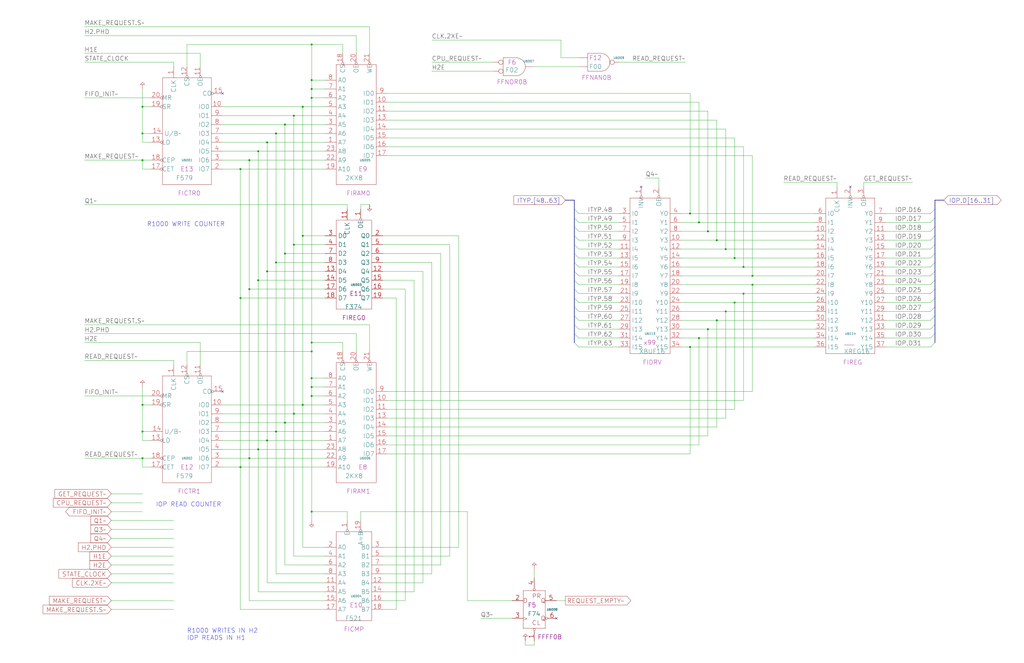
<source format=kicad_sch>
(kicad_sch (version 20211123) (generator eeschema)
  (paper "User" 584.2 378.46)
  (title_block (title "FIFOS\\nREQUEST FIFO") (date "22-SEP-90") (rev "2.0") (comment 1 "IOC") (comment 2 "232-003061") (comment 3 "S400") (comment 4 "RELEASED"))
  (lib_symbols
    (symbol "r1000:2KX8" (pin_names (offset 1.016))
      (property "Reference" "U" (at 2.54 5.08 0))
      (property "Value" "2KX8" (at -8.89 -5.08 0))
      (property "Location" "___" (at -1.27 0 0))
      (property "Name" "______" (at -1.27 -15.24 0))
      (symbol "2KX8_1_1"
        (rectangle (start -13.97 59.69) (end 8.89 -8.89))
        (circle (center -10.16 60.325) (radius 0.635))
        (circle (center -2.54 60.325) (radius 0.635))
        (circle (center 5.08 60.325) (radius 0.635))
        (pin input line (at -20.32 15.24 0) (length 6.35) (name "A7") (number "1"))
        (pin tri_state line (at 15.24 38.1 180) (length 6.35) (name "IO1") (number "10"))
        (pin tri_state line (at 15.24 33.02 180) (length 6.35) (name "IO2") (number "11"))
        (pin tri_state line (at 15.24 27.94 180) (length 6.35) (name "IO3") (number "13"))
        (pin tri_state line (at 15.24 22.86 180) (length 6.35) (name "IO4") (number "14"))
        (pin tri_state line (at 15.24 17.78 180) (length 6.35) (name "IO5") (number "15"))
        (pin tri_state line (at 15.24 12.7 180) (length 6.35) (name "IO6") (number "16"))
        (pin tri_state line (at 15.24 7.62 180) (length 6.35) (name "IO7") (number "17"))
        (pin input line (at -10.16 66.04 270) (length 5.08) (name "CS") (number "18"))
        (pin input line (at -20.32 0 0) (length 6.35) (name "A10") (number "19"))
        (pin input line (at -20.32 20.32 0) (length 6.35) (name "A6") (number "2"))
        (pin input line (at -2.54 66.04 270) (length 5.08) (name "OE") (number "20"))
        (pin input line (at 5.08 66.04 270) (length 5.08) (name "WE") (number "21"))
        (pin input line (at -20.32 5.08 0) (length 6.35) (name "A9") (number "22"))
        (pin input line (at -20.32 10.16 0) (length 6.35) (name "A8") (number "23"))
        (pin input line (at -20.32 25.4 0) (length 6.35) (name "A5") (number "3"))
        (pin input line (at -20.32 30.48 0) (length 6.35) (name "A4") (number "4"))
        (pin input line (at -20.32 35.56 0) (length 6.35) (name "A3") (number "5"))
        (pin input line (at -20.32 40.64 0) (length 6.35) (name "A2") (number "6"))
        (pin input line (at -20.32 45.72 0) (length 6.35) (name "A1") (number "7"))
        (pin input line (at -20.32 50.8 0) (length 6.35) (name "A0") (number "8"))
        (pin tri_state line (at 15.24 43.18 180) (length 6.35) (name "IO0") (number "9"))
      )
    )
    (symbol "r1000:F00" (pin_numbers hide) (pin_names hide)
      (property "Reference" "U" (at 15.24 0 0))
      (property "Value" "F00" (at 1.905 -5.08 0))
      (property "Location" "___" (at 1.905 0 0))
      (property "Name" "______" (at 2.54 -12.7 0))
      (symbol "F00_0_1"
        (polyline (pts (xy -2.54 -7.62) (xy 5.08 -7.62)) (stroke (width 0.1524)))
        (polyline (pts (xy -2.54 2.54) (xy -2.54 -7.62)) (stroke (width 0.1524)))
        (polyline (pts (xy -2.54 2.54) (xy 5.08 2.54)) (stroke (width 0.1524)))
        (arc (start 5.08 -7.62) (mid 10.1282 -2.54) (end 5.08 2.54) (stroke (width 0.1524)))
        (circle (center 11.43 -2.54) (radius 1.27) (stroke (width 0.1524)))
      )
      (symbol "F00_0_2"
        (circle (center -3.81 -5.08) (radius 1.27) (stroke (width 0.1524)))
        (circle (center -3.81 0) (radius 1.27) (stroke (width 0.1524)))
        (arc (start -3.175 -7.62) (mid -2.134 -2.54) (end -3.175 2.54) (stroke (width 0.1524)))
        (polyline (pts (xy -3.175 -7.62) (xy 3.81 -7.62)) (stroke (width 0.1524)))
        (polyline (pts (xy -3.175 2.54) (xy 3.81 2.54)) (stroke (width 0.1524)))
        (arc (start 3.81 -7.62) (mid 7.5855 -5.8306) (end 10.16 -2.54) (stroke (width 0.1524)))
        (arc (start 10.16 -2.54) (mid 7.5827 0.7471) (end 3.81 2.54) (stroke (width 0.1524)))
      )
      (symbol "F00_1_1"
        (pin input line (at -7.62 0 0) (length 5.08) (name "D0") (number "1"))
        (pin input line (at -7.62 -5.08 0) (length 5.08) (name "D1") (number "2"))
        (pin output line (at 15.24 -2.54 180) (length 2.54) (name "Q") (number "3"))
      )
      (symbol "F00_1_2"
        (pin input line (at -7.62 0 0) (length 2.54) (name "D0") (number "1"))
        (pin input line (at -7.62 -5.08 0) (length 2.54) (name "D1") (number "2"))
        (pin output line (at 15.24 -2.54 180) (length 5.08) (name "Q") (number "3"))
      )
    )
    (symbol "r1000:F02" (pin_numbers hide) (pin_names hide)
      (property "Reference" "U" (at 12.16 0.635 0))
      (property "Value" "F02" (at -1.27 -4.445 0))
      (property "Location" "___" (at 2.54 0 0))
      (property "Name" "______" (at 2.54 -12.7 0))
      (symbol "F02_0_1"
        (arc (start -3.81 -7.62) (mid -2.9847 -2.54) (end -3.81 2.54) (stroke (width 0.1524)))
        (polyline (pts (xy -5.08 -5.08) (xy -3.175 -5.08)) (stroke (width 0.1524)))
        (polyline (pts (xy -5.08 0) (xy -3.175 0)) (stroke (width 0.1524)))
        (polyline (pts (xy -3.81 -7.62) (xy 2.54 -7.62)) (stroke (width 0.1524)))
        (polyline (pts (xy -3.81 2.54) (xy 2.54 2.54)) (stroke (width 0.1524)))
        (polyline (pts (xy 13.97 -2.54) (xy 12.7 -2.54)) (stroke (width 0.1524)))
        (arc (start 2.54 -7.62) (mid 6.9515 -5.9823) (end 10.16 -2.54) (stroke (width 0.1524)))
        (arc (start 10.16 -2.54) (mid 6.9478 0.8966) (end 2.54 2.54) (stroke (width 0.1524)))
        (circle (center 11.43 -2.54) (radius 1.27) (stroke (width 0.1524)))
      )
      (symbol "F02_0_2"
        (circle (center -3.81 -5.08) (radius 1.27) (stroke (width 0.1524)))
        (circle (center -3.81 0) (radius 1.27) (stroke (width 0.1524)))
        (polyline (pts (xy -2.54 -7.62) (xy 5.08 -7.62)) (stroke (width 0.1524)))
        (polyline (pts (xy -2.54 2.54) (xy -2.54 -7.62)) (stroke (width 0.1524)))
        (polyline (pts (xy -2.54 2.54) (xy 5.08 2.54)) (stroke (width 0.1524)))
        (polyline (pts (xy 11.43 -2.54) (xy 10.16 -2.54)) (stroke (width 0.1524)))
        (polyline (pts (xy 11.43 -2.54) (xy 12.7 -2.54)) (stroke (width 0.1524)))
        (arc (start 5.08 -7.62) (mid 10.1282 -2.54) (end 5.08 2.54) (stroke (width 0.1524)))
      )
      (symbol "F02_1_1"
        (pin input line (at -7.62 0 0) (length 2.54) (name "D0") (number "1"))
        (pin input line (at -7.62 -5.08 0) (length 2.54) (name "D1") (number "2"))
        (pin output line (at 15.24 -2.54 180) (length 1.27) (name "Q") (number "3"))
      )
      (symbol "F02_1_2"
        (pin input line (at -7.62 0 0) (length 2.54) (name "D0") (number "1"))
        (pin input line (at -7.62 -5.08 0) (length 2.54) (name "D1") (number "2"))
        (pin output line (at 15.24 -2.54 180) (length 2.54) (name "Q") (number "3"))
      )
    )
    (symbol "r1000:F374" (pin_names (offset 1.016))
      (property "Reference" "U" (at 2.54 5.08 0))
      (property "Value" "F374" (at -3.81 -7.62 0))
      (property "Location" "___" (at -1.27 0 0))
      (property "Name" "______" (at 1.27 -15.24 0))
      (symbol "F374_1_1"
        (rectangle (start -8.89 41.91) (end 11.43 -8.89))
        (circle (center 5.08 42.545) (radius 0.635))
        (pin input line (at 5.08 48.26 270) (length 5.08) (name "OE") (number "1"))
        (pin input line (at -2.54 48.26 270) (length 6.35) (name "CLK") (number "11"))
        (pin tri_state line (at 17.78 12.7 180) (length 6.35) (name "Q4") (number "12"))
        (pin input line (at -15.24 12.7 0) (length 6.35) (name "D4") (number "13"))
        (pin input line (at -15.24 7.62 0) (length 6.35) (name "D5") (number "14"))
        (pin tri_state line (at 17.78 7.62 180) (length 6.35) (name "Q5") (number "15"))
        (pin tri_state line (at 17.78 2.54 180) (length 6.35) (name "Q6") (number "16"))
        (pin input line (at -15.24 2.54 0) (length 6.35) (name "D6") (number "17"))
        (pin input line (at -15.24 -2.54 0) (length 6.35) (name "D7") (number "18"))
        (pin tri_state line (at 17.78 -2.54 180) (length 6.35) (name "Q7") (number "19"))
        (pin tri_state line (at 17.78 33.02 180) (length 6.35) (name "Q0") (number "2"))
        (pin input line (at -15.24 33.02 0) (length 6.35) (name "D0") (number "3"))
        (pin input line (at -15.24 27.94 0) (length 6.35) (name "D1") (number "4"))
        (pin tri_state line (at 17.78 27.94 180) (length 6.35) (name "Q1") (number "5"))
        (pin tri_state line (at 17.78 22.86 180) (length 6.35) (name "Q2") (number "6"))
        (pin input line (at -15.24 22.86 0) (length 6.35) (name "D2") (number "7"))
        (pin input line (at -15.24 17.78 0) (length 6.35) (name "D3") (number "8"))
        (pin tri_state line (at 17.78 17.78 180) (length 6.35) (name "Q3") (number "9"))
      )
    )
    (symbol "r1000:F521" (pin_names (offset 1.016))
      (property "Reference" "U" (at 2.54 5.08 0))
      (property "Value" "F521" (at -3.81 -7.62 0))
      (property "Location" "___" (at -1.27 0 0))
      (property "Name" "______" (at 1.27 -15.24 0))
      (symbol "F521_1_1"
        (rectangle (start -8.89 41.91) (end 11.43 -8.89))
        (circle (center -2.54 42.545) (radius 0.635))
        (circle (center 5.08 42.545) (radius 0.635))
        (pin input line (at -2.54 48.26 270) (length 5.08) (name "E") (number "1"))
        (pin input line (at -15.24 12.7 0) (length 6.35) (name "A4") (number "11"))
        (pin input line (at 17.78 12.7 180) (length 6.35) (name "B4") (number "12"))
        (pin input line (at -15.24 7.62 0) (length 6.35) (name "A5") (number "13"))
        (pin input line (at 17.78 7.62 180) (length 6.35) (name "B5") (number "14"))
        (pin input line (at -15.24 2.54 0) (length 6.35) (name "A6") (number "15"))
        (pin input line (at 17.78 2.54 180) (length 6.35) (name "B6") (number "16"))
        (pin input line (at -15.24 -2.54 0) (length 6.35) (name "A7") (number "17"))
        (pin input line (at 17.78 -2.54 180) (length 6.35) (name "B7") (number "18"))
        (pin output line (at 5.08 48.26 270) (length 5.08) (name "A=B") (number "19"))
        (pin input line (at -15.24 33.02 0) (length 6.35) (name "A0") (number "2"))
        (pin input line (at 17.78 33.02 180) (length 6.35) (name "B0") (number "3"))
        (pin input line (at -15.24 27.94 0) (length 6.35) (name "A1") (number "4"))
        (pin input line (at 17.78 27.94 180) (length 6.35) (name "B1") (number "5"))
        (pin input line (at -15.24 22.86 0) (length 6.35) (name "A2") (number "6"))
        (pin input line (at 17.78 22.86 180) (length 6.35) (name "B2") (number "7"))
        (pin input line (at -15.24 17.78 0) (length 6.35) (name "A3") (number "8"))
        (pin input line (at 17.78 17.78 180) (length 6.35) (name "B3") (number "9"))
      )
    )
    (symbol "r1000:F579" (pin_names (offset 1.016))
      (property "Reference" "U" (at 2.54 5.08 0))
      (property "Value" "F579" (at -3.81 -5.08 0))
      (property "Location" "___" (at -1.27 0 0))
      (property "Name" "______" (at 3.81 -15.24 0))
      (symbol "F579_1_1"
        (circle (center -12.065 0) (radius 0.635))
        (circle (center -12.065 5.08) (radius 0.635))
        (circle (center -12.065 15.24) (radius 0.635))
        (circle (center -12.065 35.56) (radius 0.635))
        (circle (center -12.065 40.64) (radius 0.635))
        (rectangle (start -11.43 52.07) (end 16.51 -8.89))
        (circle (center 2.54 52.705) (radius 0.635))
        (circle (center 10.16 52.705) (radius 0.635))
        (circle (center 17.145 43.18) (radius 0.635))
        (pin input line (at -5.08 58.42 270) (length 6.35) (name "CLK") (number "1"))
        (pin tri_state line (at 22.86 35.56 180) (length 6.35) (name "IO0") (number "10"))
        (pin input line (at 10.16 58.42 270) (length 5.08) (name "OE") (number "11"))
        (pin input line (at 2.54 58.42 270) (length 5.08) (name "CS") (number "12"))
        (pin input line (at -17.78 15.24 0) (length 5.08) (name "LD") (number "13"))
        (pin input line (at -17.78 20.32 0) (length 6.35) (name "U/B~") (number "14"))
        (pin output line (at 22.86 43.18 180) (length 5.08) (name "CO") (number "15"))
        (pin input line (at -17.78 0 0) (length 5.08) (name "CET") (number "17"))
        (pin input line (at -17.78 5.08 0) (length 5.08) (name "CEP") (number "18"))
        (pin input line (at -17.78 35.56 0) (length 5.08) (name "SR") (number "19"))
        (pin tri_state line (at 22.86 0 180) (length 6.35) (name "IO7") (number "2"))
        (pin input line (at -17.78 40.64 0) (length 5.08) (name "MR") (number "20"))
        (pin tri_state line (at 22.86 5.08 180) (length 6.35) (name "IO6") (number "3"))
        (pin tri_state line (at 22.86 10.16 180) (length 6.35) (name "IO5") (number "4"))
        (pin tri_state line (at 22.86 15.24 180) (length 6.35) (name "IO4") (number "5"))
        (pin tri_state line (at 22.86 20.32 180) (length 6.35) (name "IO3") (number "7"))
        (pin tri_state line (at 22.86 25.4 180) (length 6.35) (name "IO2") (number "8"))
        (pin tri_state line (at 22.86 30.48 180) (length 6.35) (name "IO1") (number "9"))
      )
    )
    (symbol "r1000:F74" (pin_names (offset 1.016) hide)
      (property "Reference" "U" (at 12.7 -2.54 0))
      (property "Value" "F74" (at -1.27 -5.08 0))
      (property "Location" "___" (at -1.27 0 0))
      (property "Name" "______" (at 11.43 -19.685 0))
      (symbol "F74_0_1"
        (rectangle (start -3.81 8.255) (end 8.89 -13.335) (stroke (width 0.1524)))
        (polyline (pts (xy 2.54 -15.24) (xy 2.54 -14.605)) (stroke (width 0.1524)))
        (polyline (pts (xy 2.54 10.16) (xy 2.54 9.525)) (stroke (width 0.1524)))
      )
      (symbol "F74_1_1"
        (circle (center 2.54 -13.97) (radius 0.635))
        (circle (center 2.54 8.89) (radius 0.635))
        (circle (center 9.525 -7.62) (radius 0.635))
        (text ">" (at -2.54 -7.62 0) (effects (font (size 2.54 2.54))))
        (text "C" (at 2.54 -10.16 0) (effects (font (size 2.54 2.54))))
        (text "D" (at -2.54 2.54 0) (effects (font (size 2.54 2.54))))
        (text "L" (at 5.08 -10.16 0) (effects (font (size 2.54 2.54))))
        (text "P" (at 2.54 5.08 0) (effects (font (size 2.54 2.54))))
        (text "Q" (at 7.62 -7.62 0) (effects (font (size 2.54 2.54))))
        (text "Q" (at 7.62 2.54 0) (effects (font (size 2.54 2.54))))
        (text "R" (at 5.08 5.08 0) (effects (font (size 2.54 2.54))))
        (pin input line (at 2.54 -20.32 90) (length 5.08) (name "CL_") (number "1"))
        (pin input line (at -10.16 2.54 0) (length 6.35) (name "D") (number "2"))
        (pin input line (at -10.16 -7.62 0) (length 6.35) (name "CLK") (number "3"))
        (pin input line (at 2.54 15.24 270) (length 5.08) (name "PR_") (number "4"))
        (pin output line (at 15.24 2.54 180) (length 6.35) (name "Q") (number "5"))
        (pin output line (at 15.24 -7.62 180) (length 5.08) (name "Q_") (number "6"))
      )
    )
    (symbol "r1000:PD" (power) (pin_numbers hide) (pin_names hide) (in_bom no)
      (symbol "PD_0_1"
        (polyline (pts (xy 0 -2.54) (xy 1.27 -2.54) (xy 0 -3.81) (xy -1.27 -2.54) (xy 0 -2.54)) (stroke (width 0.1524)))
      )
      (symbol "PD_1_1"
        (pin power_in line (at 0 0 270) (length 2.54) (name "PD") (number "1"))
      )
    )
    (symbol "r1000:PU" (power) (pin_numbers hide) (pin_names hide)
      (symbol "PU_0_1"
        (polyline (pts (xy 0 2.54) (xy -1.27 2.54) (xy 0 3.81) (xy 1.27 2.54) (xy 0 2.54)) (stroke (width 0.1524)))
      )
      (symbol "PU_1_1"
        (pin power_in line (at 0 0 90) (length 2.54) (name "PU") (number "1"))
      )
    )
    (symbol "r1000:XBUF16" (pin_names (offset 1.016))
      (property "Reference" "U" (at 2.54 5.08 0))
      (property "Value" "XBUF16" (at -3.81 -5.08 0))
      (property "Location" "___" (at -1.27 0 0))
      (property "Name" "______" (at 3.81 -12.7 0))
      (symbol "XBUF16_1_1"
        (rectangle (start -8.89 82.55) (end 13.97 -6.35))
        (circle (center -2.54 83.185) (radius 0.635))
        (circle (center 7.62 83.185) (radius 0.635))
        (pin input line (at -2.54 88.9 270) (length 5.08) (name "INV") (number "1"))
        (pin tri_state line (at 20.32 58.42 180) (length 6.35) (name "Y3") (number "10"))
        (pin input line (at -15.24 53.34 0) (length 6.35) (name "I4") (number "11"))
        (pin tri_state line (at 20.32 53.34 180) (length 6.35) (name "Y4") (number "12"))
        (pin input line (at -15.24 48.26 0) (length 6.35) (name "I5") (number "13"))
        (pin tri_state line (at 20.32 48.26 180) (length 6.35) (name "Y5") (number "14"))
        (pin input line (at -15.24 43.18 0) (length 6.35) (name "I6") (number "15"))
        (pin tri_state line (at 20.32 43.18 180) (length 6.35) (name "Y6") (number "16"))
        (pin input line (at -15.24 38.1 0) (length 6.35) (name "I7") (number "17"))
        (pin tri_state line (at 20.32 38.1 180) (length 6.35) (name "Y7") (number "18"))
        (pin input line (at -15.24 33.02 0) (length 6.35) (name "I8") (number "19"))
        (pin input line (at 7.62 88.9 270) (length 5.08) (name "OE") (number "2"))
        (pin tri_state line (at 20.32 33.02 180) (length 6.35) (name "Y8") (number "20"))
        (pin input line (at -15.24 27.94 0) (length 6.35) (name "I9") (number "21"))
        (pin tri_state line (at 20.32 27.94 180) (length 6.35) (name "Y9") (number "22"))
        (pin input line (at -15.24 22.86 0) (length 6.35) (name "I10") (number "23"))
        (pin tri_state line (at 20.32 22.86 180) (length 6.35) (name "Y10") (number "24"))
        (pin input line (at -15.24 17.78 0) (length 6.35) (name "I11") (number "25"))
        (pin tri_state line (at 20.32 17.78 180) (length 6.35) (name "Y11") (number "26"))
        (pin input line (at -15.24 12.7 0) (length 6.35) (name "I12") (number "27"))
        (pin tri_state line (at 20.32 12.7 180) (length 6.35) (name "Y12") (number "28"))
        (pin input line (at -15.24 7.62 0) (length 6.35) (name "I13") (number "29"))
        (pin input line (at -15.24 73.66 0) (length 6.35) (name "I0") (number "3"))
        (pin tri_state line (at 20.32 7.62 180) (length 6.35) (name "Y13") (number "30"))
        (pin input line (at -15.24 2.54 0) (length 6.35) (name "I14") (number "31"))
        (pin tri_state line (at 20.32 2.54 180) (length 6.35) (name "Y14") (number "32"))
        (pin input line (at -15.24 -2.54 0) (length 6.35) (name "I15") (number "33"))
        (pin tri_state line (at 20.32 -2.54 180) (length 6.35) (name "Y15") (number "34"))
        (pin tri_state line (at 20.32 73.66 180) (length 6.35) (name "Y0") (number "4"))
        (pin input line (at -15.24 68.58 0) (length 6.35) (name "I1") (number "5"))
        (pin tri_state line (at 20.32 68.58 180) (length 6.35) (name "Y1") (number "6"))
        (pin input line (at -15.24 63.5 0) (length 6.35) (name "I2") (number "7"))
        (pin tri_state line (at 20.32 63.5 180) (length 6.35) (name "Y2") (number "8"))
        (pin input line (at -15.24 58.42 0) (length 6.35) (name "I3") (number "9"))
      )
    )
    (symbol "r1000:XREG16" (pin_names (offset 1.016))
      (property "Reference" "U" (at 2.54 5.08 0))
      (property "Value" "XREG16" (at -1.27 -5.08 0))
      (property "Location" "___" (at -1.27 0 0))
      (property "Name" "______" (at 3.81 -12.7 0))
      (symbol "XREG16_1_1"
        (rectangle (start -11.43 82.55) (end 16.51 -6.35))
        (circle (center 2.54 83.185) (radius 0.635))
        (circle (center 10.16 83.185) (radius 0.635))
        (pin input line (at -5.08 88.9 270) (length 6.35) (name "CLK") (number "1"))
        (pin input line (at -17.78 63.5 0) (length 6.35) (name "I2") (number "10"))
        (pin tri_state line (at 22.86 63.5 180) (length 6.35) (name "Y2") (number "11"))
        (pin input line (at -17.78 58.42 0) (length 6.35) (name "I3") (number "12"))
        (pin tri_state line (at 22.86 58.42 180) (length 6.35) (name "Y3") (number "13"))
        (pin input line (at -17.78 53.34 0) (length 6.35) (name "I4") (number "14"))
        (pin tri_state line (at 22.86 53.34 180) (length 6.35) (name "Y4") (number "15"))
        (pin input line (at -17.78 48.26 0) (length 6.35) (name "I5") (number "16"))
        (pin tri_state line (at 22.86 48.26 180) (length 6.35) (name "Y5") (number "17"))
        (pin input line (at -17.78 43.18 0) (length 6.35) (name "I6") (number "18"))
        (pin tri_state line (at 22.86 43.18 180) (length 6.35) (name "Y6") (number "19"))
        (pin input line (at 2.54 88.9 270) (length 5.08) (name "INV") (number "2"))
        (pin input line (at -17.78 38.1 0) (length 6.35) (name "I7") (number "20"))
        (pin tri_state line (at 22.86 38.1 180) (length 6.35) (name "Y7") (number "21"))
        (pin input line (at -17.78 33.02 0) (length 6.35) (name "I8") (number "22"))
        (pin tri_state line (at 22.86 33.02 180) (length 6.35) (name "Y8") (number "23"))
        (pin input line (at -17.78 27.94 0) (length 6.35) (name "I9") (number "24"))
        (pin tri_state line (at 22.86 27.94 180) (length 6.35) (name "Y9") (number "25"))
        (pin input line (at -17.78 22.86 0) (length 6.35) (name "I10") (number "26"))
        (pin tri_state line (at 22.86 22.86 180) (length 6.35) (name "Y10") (number "27"))
        (pin input line (at -17.78 17.78 0) (length 6.35) (name "I11") (number "28"))
        (pin tri_state line (at 22.86 17.78 180) (length 6.35) (name "Y11") (number "29"))
        (pin input line (at 10.16 88.9 270) (length 5.08) (name "OE") (number "3"))
        (pin input line (at -17.78 12.7 0) (length 6.35) (name "I12") (number "30"))
        (pin tri_state line (at 22.86 12.7 180) (length 6.35) (name "Y12") (number "31"))
        (pin input line (at -17.78 7.62 0) (length 6.35) (name "I13") (number "32"))
        (pin tri_state line (at 22.86 7.62 180) (length 6.35) (name "Y13") (number "33"))
        (pin input line (at -17.78 2.54 0) (length 6.35) (name "I14") (number "34"))
        (pin tri_state line (at 22.86 2.54 180) (length 6.35) (name "Y14") (number "35"))
        (pin input line (at -17.78 -2.54 0) (length 6.35) (name "I15") (number "36"))
        (pin tri_state line (at 22.86 -2.54 180) (length 6.35) (name "Y15") (number "37"))
        (pin input line (at -17.78 73.66 0) (length 6.35) (name "I0") (number "6"))
        (pin tri_state line (at 22.86 73.66 180) (length 6.35) (name "Y0") (number "7"))
        (pin input line (at -17.78 68.58 0) (length 6.35) (name "I1") (number "8"))
        (pin tri_state line (at 22.86 68.58 180) (length 6.35) (name "Y1") (number "9"))
      )
    )
  )
  (bus (pts (xy 322.58 114.3) (xy 327.66 114.3)))
  (bus (pts (xy 327.66 114.3) (xy 327.66 119.38)))
  (bus (pts (xy 327.66 119.38) (xy 327.66 124.46)))
  (bus (pts (xy 327.66 124.46) (xy 327.66 129.54)))
  (bus (pts (xy 327.66 129.54) (xy 327.66 134.62)))
  (bus (pts (xy 327.66 134.62) (xy 327.66 139.7)))
  (bus (pts (xy 327.66 139.7) (xy 327.66 144.78)))
  (bus (pts (xy 327.66 144.78) (xy 327.66 149.86)))
  (bus (pts (xy 327.66 149.86) (xy 327.66 154.94)))
  (bus (pts (xy 327.66 154.94) (xy 327.66 160.02)))
  (bus (pts (xy 327.66 160.02) (xy 327.66 165.1)))
  (bus (pts (xy 327.66 165.1) (xy 327.66 170.18)))
  (bus (pts (xy 327.66 170.18) (xy 327.66 175.26)))
  (bus (pts (xy 327.66 175.26) (xy 327.66 180.34)))
  (bus (pts (xy 327.66 180.34) (xy 327.66 185.42)))
  (bus (pts (xy 327.66 185.42) (xy 327.66 190.5)))
  (bus (pts (xy 327.66 190.5) (xy 327.66 195.58)))
  (bus (pts (xy 533.4 114.3) (xy 533.4 119.38)))
  (bus (pts (xy 533.4 119.38) (xy 533.4 124.46)))
  (bus (pts (xy 533.4 124.46) (xy 533.4 129.54)))
  (bus (pts (xy 533.4 129.54) (xy 533.4 134.62)))
  (bus (pts (xy 533.4 134.62) (xy 533.4 139.7)))
  (bus (pts (xy 533.4 139.7) (xy 533.4 144.78)))
  (bus (pts (xy 533.4 144.78) (xy 533.4 149.86)))
  (bus (pts (xy 533.4 149.86) (xy 533.4 154.94)))
  (bus (pts (xy 533.4 154.94) (xy 533.4 160.02)))
  (bus (pts (xy 533.4 160.02) (xy 533.4 165.1)))
  (bus (pts (xy 533.4 165.1) (xy 533.4 170.18)))
  (bus (pts (xy 533.4 170.18) (xy 533.4 175.26)))
  (bus (pts (xy 533.4 175.26) (xy 533.4 180.34)))
  (bus (pts (xy 533.4 180.34) (xy 533.4 185.42)))
  (bus (pts (xy 533.4 185.42) (xy 533.4 190.5)))
  (bus (pts (xy 533.4 190.5) (xy 533.4 195.58)))
  (bus (pts (xy 538.48 114.3) (xy 533.4 114.3)))
  (wire (pts (xy 106.68 200.66) (xy 177.8 200.66)))
  (wire (pts (xy 106.68 208.28) (xy 106.68 200.66)))
  (wire (pts (xy 106.68 25.4) (xy 177.8 25.4)))
  (wire (pts (xy 106.68 38.1) (xy 106.68 25.4)))
  (wire (pts (xy 114.3 208.28) (xy 114.3 195.58)))
  (wire (pts (xy 114.3 38.1) (xy 114.3 30.48)))
  (wire (pts (xy 127 231.14) (xy 172.72 231.14)))
  (wire (pts (xy 127 236.22) (xy 167.64 236.22)))
  (wire (pts (xy 127 241.3) (xy 162.56 241.3)))
  (wire (pts (xy 127 246.38) (xy 157.48 246.38)))
  (wire (pts (xy 127 251.46) (xy 152.4 251.46)))
  (wire (pts (xy 127 256.54) (xy 147.32 256.54)))
  (wire (pts (xy 127 261.62) (xy 142.24 261.62)))
  (wire (pts (xy 127 266.7) (xy 137.16 266.7)))
  (wire (pts (xy 127 60.96) (xy 172.72 60.96)))
  (wire (pts (xy 127 66.04) (xy 167.64 66.04)))
  (wire (pts (xy 127 71.12) (xy 162.56 71.12)))
  (wire (pts (xy 127 76.2) (xy 157.48 76.2)))
  (wire (pts (xy 127 81.28) (xy 152.4 81.28)))
  (wire (pts (xy 127 86.36) (xy 147.32 86.36)))
  (wire (pts (xy 127 91.44) (xy 142.24 91.44)))
  (wire (pts (xy 127 96.52) (xy 137.16 96.52)))
  (wire (pts (xy 137.16 170.18) (xy 137.16 96.52)))
  (wire (pts (xy 137.16 170.18) (xy 185.42 170.18)))
  (wire (pts (xy 137.16 266.7) (xy 137.16 170.18)))
  (wire (pts (xy 137.16 266.7) (xy 185.42 266.7)))
  (wire (pts (xy 137.16 347.98) (xy 137.16 266.7)))
  (wire (pts (xy 137.16 96.52) (xy 185.42 96.52)))
  (wire (pts (xy 142.24 165.1) (xy 142.24 91.44)))
  (wire (pts (xy 142.24 165.1) (xy 185.42 165.1)))
  (wire (pts (xy 142.24 261.62) (xy 142.24 165.1)))
  (wire (pts (xy 142.24 261.62) (xy 185.42 261.62)))
  (wire (pts (xy 142.24 342.9) (xy 142.24 261.62)))
  (wire (pts (xy 142.24 91.44) (xy 185.42 91.44)))
  (wire (pts (xy 147.32 160.02) (xy 147.32 86.36)))
  (wire (pts (xy 147.32 160.02) (xy 185.42 160.02)))
  (wire (pts (xy 147.32 256.54) (xy 147.32 160.02)))
  (wire (pts (xy 147.32 256.54) (xy 185.42 256.54)))
  (wire (pts (xy 147.32 337.82) (xy 147.32 256.54)))
  (wire (pts (xy 147.32 86.36) (xy 185.42 86.36)))
  (wire (pts (xy 152.4 154.94) (xy 152.4 81.28)))
  (wire (pts (xy 152.4 154.94) (xy 185.42 154.94)))
  (wire (pts (xy 152.4 251.46) (xy 152.4 154.94)))
  (wire (pts (xy 152.4 251.46) (xy 185.42 251.46)))
  (wire (pts (xy 152.4 332.74) (xy 152.4 251.46)))
  (wire (pts (xy 152.4 81.28) (xy 185.42 81.28)))
  (wire (pts (xy 157.48 149.86) (xy 157.48 76.2)))
  (wire (pts (xy 157.48 149.86) (xy 185.42 149.86)))
  (wire (pts (xy 157.48 246.38) (xy 157.48 149.86)))
  (wire (pts (xy 157.48 246.38) (xy 185.42 246.38)))
  (wire (pts (xy 157.48 327.66) (xy 157.48 246.38)))
  (wire (pts (xy 157.48 76.2) (xy 185.42 76.2)))
  (wire (pts (xy 162.56 144.78) (xy 162.56 71.12)))
  (wire (pts (xy 162.56 144.78) (xy 185.42 144.78)))
  (wire (pts (xy 162.56 241.3) (xy 162.56 144.78)))
  (wire (pts (xy 162.56 241.3) (xy 185.42 241.3)))
  (wire (pts (xy 162.56 322.58) (xy 162.56 241.3)))
  (wire (pts (xy 162.56 71.12) (xy 185.42 71.12)))
  (wire (pts (xy 167.64 139.7) (xy 167.64 66.04)))
  (wire (pts (xy 167.64 139.7) (xy 185.42 139.7)))
  (wire (pts (xy 167.64 236.22) (xy 167.64 139.7)))
  (wire (pts (xy 167.64 236.22) (xy 185.42 236.22)))
  (wire (pts (xy 167.64 317.5) (xy 167.64 236.22)))
  (wire (pts (xy 167.64 66.04) (xy 185.42 66.04)))
  (wire (pts (xy 172.72 134.62) (xy 172.72 231.14)))
  (wire (pts (xy 172.72 134.62) (xy 185.42 134.62)))
  (wire (pts (xy 172.72 231.14) (xy 172.72 312.42)))
  (wire (pts (xy 172.72 231.14) (xy 185.42 231.14)))
  (wire (pts (xy 172.72 60.96) (xy 172.72 134.62)))
  (wire (pts (xy 172.72 60.96) (xy 185.42 60.96)))
  (wire (pts (xy 177.8 195.58) (xy 177.8 200.66)))
  (wire (pts (xy 177.8 195.58) (xy 195.58 195.58)))
  (wire (pts (xy 177.8 200.66) (xy 177.8 215.9)))
  (wire (pts (xy 177.8 215.9) (xy 177.8 220.98)))
  (wire (pts (xy 177.8 215.9) (xy 185.42 215.9)))
  (wire (pts (xy 177.8 220.98) (xy 177.8 226.06)))
  (wire (pts (xy 177.8 220.98) (xy 185.42 220.98)))
  (wire (pts (xy 177.8 226.06) (xy 177.8 292.1)))
  (wire (pts (xy 177.8 226.06) (xy 185.42 226.06)))
  (wire (pts (xy 177.8 25.4) (xy 177.8 45.72)))
  (wire (pts (xy 177.8 25.4) (xy 195.58 25.4)))
  (wire (pts (xy 177.8 292.1) (xy 177.8 297.18)))
  (wire (pts (xy 177.8 45.72) (xy 177.8 50.8)))
  (wire (pts (xy 177.8 45.72) (xy 185.42 45.72)))
  (wire (pts (xy 177.8 50.8) (xy 177.8 55.88)))
  (wire (pts (xy 177.8 50.8) (xy 185.42 50.8)))
  (wire (pts (xy 177.8 55.88) (xy 177.8 195.58)))
  (wire (pts (xy 177.8 55.88) (xy 185.42 55.88)))
  (wire (pts (xy 185.42 312.42) (xy 172.72 312.42)))
  (wire (pts (xy 185.42 317.5) (xy 167.64 317.5)))
  (wire (pts (xy 185.42 322.58) (xy 162.56 322.58)))
  (wire (pts (xy 185.42 327.66) (xy 157.48 327.66)))
  (wire (pts (xy 185.42 332.74) (xy 152.4 332.74)))
  (wire (pts (xy 185.42 337.82) (xy 147.32 337.82)))
  (wire (pts (xy 185.42 342.9) (xy 142.24 342.9)))
  (wire (pts (xy 185.42 347.98) (xy 137.16 347.98)))
  (wire (pts (xy 195.58 200.66) (xy 195.58 195.58)))
  (wire (pts (xy 195.58 25.4) (xy 195.58 30.48)))
  (wire (pts (xy 198.12 119.38) (xy 198.12 116.84)))
  (wire (pts (xy 198.12 292.1) (xy 177.8 292.1)))
  (wire (pts (xy 198.12 297.18) (xy 198.12 292.1)))
  (wire (pts (xy 203.2 200.66) (xy 203.2 190.5)))
  (wire (pts (xy 203.2 30.48) (xy 203.2 20.32)))
  (wire (pts (xy 205.74 116.84) (xy 205.74 119.38)))
  (wire (pts (xy 205.74 292.1) (xy 266.7 292.1)))
  (wire (pts (xy 205.74 297.18) (xy 205.74 292.1)))
  (wire (pts (xy 210.82 116.84) (xy 205.74 116.84)))
  (wire (pts (xy 210.82 15.24) (xy 48.26 15.24)))
  (wire (pts (xy 210.82 200.66) (xy 210.82 185.42)))
  (wire (pts (xy 210.82 30.48) (xy 210.82 15.24)))
  (wire (pts (xy 218.44 134.62) (xy 261.62 134.62)))
  (wire (pts (xy 218.44 144.78) (xy 251.46 144.78)))
  (wire (pts (xy 218.44 154.94) (xy 241.3 154.94)))
  (wire (pts (xy 218.44 165.1) (xy 231.14 165.1)))
  (wire (pts (xy 218.44 317.5) (xy 256.54 317.5)))
  (wire (pts (xy 218.44 327.66) (xy 246.38 327.66)))
  (wire (pts (xy 218.44 337.82) (xy 236.22 337.82)))
  (wire (pts (xy 218.44 347.98) (xy 226.06 347.98)))
  (wire (pts (xy 220.98 223.52) (xy 429.26 223.52)))
  (wire (pts (xy 220.98 228.6) (xy 424.18 228.6)))
  (wire (pts (xy 220.98 233.68) (xy 419.1 233.68)))
  (wire (pts (xy 220.98 238.76) (xy 414.02 238.76)))
  (wire (pts (xy 220.98 243.84) (xy 408.94 243.84)))
  (wire (pts (xy 220.98 248.92) (xy 403.86 248.92)))
  (wire (pts (xy 220.98 254) (xy 398.78 254)))
  (wire (pts (xy 220.98 259.08) (xy 393.7 259.08)))
  (wire (pts (xy 220.98 53.34) (xy 393.7 53.34)))
  (wire (pts (xy 220.98 58.42) (xy 398.78 58.42)))
  (wire (pts (xy 220.98 63.5) (xy 403.86 63.5)))
  (wire (pts (xy 220.98 68.58) (xy 408.94 68.58)))
  (wire (pts (xy 220.98 73.66) (xy 414.02 73.66)))
  (wire (pts (xy 220.98 78.74) (xy 419.1 78.74)))
  (wire (pts (xy 220.98 83.82) (xy 424.18 83.82)))
  (wire (pts (xy 220.98 88.9) (xy 429.26 88.9)))
  (wire (pts (xy 226.06 170.18) (xy 218.44 170.18)))
  (wire (pts (xy 226.06 347.98) (xy 226.06 170.18)))
  (wire (pts (xy 231.14 165.1) (xy 231.14 342.9)))
  (wire (pts (xy 231.14 342.9) (xy 218.44 342.9)))
  (wire (pts (xy 236.22 160.02) (xy 218.44 160.02)))
  (wire (pts (xy 236.22 337.82) (xy 236.22 160.02)))
  (wire (pts (xy 241.3 154.94) (xy 241.3 332.74)))
  (wire (pts (xy 241.3 332.74) (xy 218.44 332.74)))
  (wire (pts (xy 246.38 149.86) (xy 218.44 149.86)))
  (wire (pts (xy 246.38 327.66) (xy 246.38 149.86)))
  (wire (pts (xy 246.38 35.56) (xy 281.94 35.56)))
  (wire (pts (xy 246.38 40.64) (xy 281.94 40.64)))
  (wire (pts (xy 251.46 144.78) (xy 251.46 322.58)))
  (wire (pts (xy 251.46 322.58) (xy 218.44 322.58)))
  (wire (pts (xy 256.54 139.7) (xy 218.44 139.7)))
  (wire (pts (xy 256.54 317.5) (xy 256.54 139.7)))
  (wire (pts (xy 261.62 134.62) (xy 261.62 312.42)))
  (wire (pts (xy 261.62 312.42) (xy 218.44 312.42)))
  (wire (pts (xy 266.7 292.1) (xy 266.7 342.9)))
  (wire (pts (xy 266.7 342.9) (xy 292.1 342.9)))
  (wire (pts (xy 274.32 353.06) (xy 292.1 353.06)))
  (wire (pts (xy 299.72 368.3) (xy 299.72 365.76)))
  (wire (pts (xy 304.8 325.12) (xy 304.8 330.2)))
  (wire (pts (xy 304.8 365.76) (xy 304.8 368.3)))
  (wire (pts (xy 304.8 368.3) (xy 299.72 368.3)))
  (wire (pts (xy 304.8 38.1) (xy 330.2 38.1)))
  (wire (pts (xy 317.5 342.9) (xy 322.58 342.9)))
  (wire (pts (xy 320.04 22.86) (xy 246.38 22.86)))
  (wire (pts (xy 320.04 33.02) (xy 320.04 22.86)))
  (wire (pts (xy 330.2 121.92) (xy 353.06 121.92)))
  (wire (pts (xy 330.2 127) (xy 353.06 127)))
  (wire (pts (xy 330.2 132.08) (xy 353.06 132.08)))
  (wire (pts (xy 330.2 137.16) (xy 353.06 137.16)))
  (wire (pts (xy 330.2 142.24) (xy 353.06 142.24)))
  (wire (pts (xy 330.2 147.32) (xy 353.06 147.32)))
  (wire (pts (xy 330.2 152.4) (xy 353.06 152.4)))
  (wire (pts (xy 330.2 157.48) (xy 353.06 157.48)))
  (wire (pts (xy 330.2 162.56) (xy 353.06 162.56)))
  (wire (pts (xy 330.2 167.64) (xy 353.06 167.64)))
  (wire (pts (xy 330.2 172.72) (xy 353.06 172.72)))
  (wire (pts (xy 330.2 177.8) (xy 353.06 177.8)))
  (wire (pts (xy 330.2 182.88) (xy 353.06 182.88)))
  (wire (pts (xy 330.2 187.96) (xy 353.06 187.96)))
  (wire (pts (xy 330.2 193.04) (xy 353.06 193.04)))
  (wire (pts (xy 330.2 198.12) (xy 353.06 198.12)))
  (wire (pts (xy 330.2 33.02) (xy 320.04 33.02)))
  (wire (pts (xy 353.06 35.56) (xy 391.16 35.56)))
  (wire (pts (xy 368.3 101.6) (xy 375.92 101.6)))
  (wire (pts (xy 375.92 101.6) (xy 375.92 106.68)))
  (wire (pts (xy 388.62 121.92) (xy 393.7 121.92)))
  (wire (pts (xy 388.62 127) (xy 398.78 127)))
  (wire (pts (xy 388.62 132.08) (xy 403.86 132.08)))
  (wire (pts (xy 388.62 137.16) (xy 408.94 137.16)))
  (wire (pts (xy 388.62 142.24) (xy 414.02 142.24)))
  (wire (pts (xy 388.62 147.32) (xy 419.1 147.32)))
  (wire (pts (xy 388.62 152.4) (xy 424.18 152.4)))
  (wire (pts (xy 388.62 157.48) (xy 429.26 157.48)))
  (wire (pts (xy 388.62 162.56) (xy 429.26 162.56)))
  (wire (pts (xy 388.62 167.64) (xy 424.18 167.64)))
  (wire (pts (xy 388.62 172.72) (xy 419.1 172.72)))
  (wire (pts (xy 388.62 177.8) (xy 414.02 177.8)))
  (wire (pts (xy 388.62 182.88) (xy 408.94 182.88)))
  (wire (pts (xy 388.62 187.96) (xy 403.86 187.96)))
  (wire (pts (xy 388.62 193.04) (xy 398.78 193.04)))
  (wire (pts (xy 388.62 198.12) (xy 393.7 198.12)))
  (wire (pts (xy 393.7 121.92) (xy 464.82 121.92)))
  (wire (pts (xy 393.7 198.12) (xy 393.7 259.08)))
  (wire (pts (xy 393.7 198.12) (xy 464.82 198.12)))
  (wire (pts (xy 393.7 53.34) (xy 393.7 121.92)))
  (wire (pts (xy 398.78 127) (xy 398.78 58.42)))
  (wire (pts (xy 398.78 127) (xy 464.82 127)))
  (wire (pts (xy 398.78 193.04) (xy 398.78 254)))
  (wire (pts (xy 398.78 193.04) (xy 464.82 193.04)))
  (wire (pts (xy 403.86 132.08) (xy 403.86 63.5)))
  (wire (pts (xy 403.86 132.08) (xy 464.82 132.08)))
  (wire (pts (xy 403.86 187.96) (xy 403.86 248.92)))
  (wire (pts (xy 403.86 187.96) (xy 464.82 187.96)))
  (wire (pts (xy 408.94 137.16) (xy 408.94 68.58)))
  (wire (pts (xy 408.94 137.16) (xy 464.82 137.16)))
  (wire (pts (xy 408.94 182.88) (xy 408.94 243.84)))
  (wire (pts (xy 408.94 182.88) (xy 464.82 182.88)))
  (wire (pts (xy 414.02 142.24) (xy 414.02 73.66)))
  (wire (pts (xy 414.02 142.24) (xy 464.82 142.24)))
  (wire (pts (xy 414.02 177.8) (xy 414.02 238.76)))
  (wire (pts (xy 414.02 177.8) (xy 464.82 177.8)))
  (wire (pts (xy 419.1 147.32) (xy 419.1 78.74)))
  (wire (pts (xy 419.1 147.32) (xy 464.82 147.32)))
  (wire (pts (xy 419.1 172.72) (xy 419.1 233.68)))
  (wire (pts (xy 419.1 172.72) (xy 464.82 172.72)))
  (wire (pts (xy 424.18 152.4) (xy 424.18 83.82)))
  (wire (pts (xy 424.18 152.4) (xy 464.82 152.4)))
  (wire (pts (xy 424.18 167.64) (xy 424.18 228.6)))
  (wire (pts (xy 424.18 167.64) (xy 464.82 167.64)))
  (wire (pts (xy 429.26 157.48) (xy 429.26 88.9)))
  (wire (pts (xy 429.26 157.48) (xy 464.82 157.48)))
  (wire (pts (xy 429.26 162.56) (xy 429.26 223.52)))
  (wire (pts (xy 429.26 162.56) (xy 464.82 162.56)))
  (wire (pts (xy 447.04 104.14) (xy 477.52 104.14)))
  (wire (pts (xy 477.52 104.14) (xy 477.52 106.68)))
  (wire (pts (xy 48.26 116.84) (xy 198.12 116.84)))
  (wire (pts (xy 48.26 185.42) (xy 210.82 185.42)))
  (wire (pts (xy 48.26 190.5) (xy 203.2 190.5)))
  (wire (pts (xy 48.26 195.58) (xy 114.3 195.58)))
  (wire (pts (xy 48.26 20.32) (xy 203.2 20.32)))
  (wire (pts (xy 48.26 205.74) (xy 99.06 205.74)))
  (wire (pts (xy 48.26 226.06) (xy 86.36 226.06)))
  (wire (pts (xy 48.26 261.62) (xy 81.28 261.62)))
  (wire (pts (xy 48.26 30.48) (xy 114.3 30.48)))
  (wire (pts (xy 48.26 35.56) (xy 99.06 35.56)))
  (wire (pts (xy 48.26 55.88) (xy 86.36 55.88)))
  (wire (pts (xy 48.26 91.44) (xy 81.28 91.44)))
  (wire (pts (xy 492.76 104.14) (xy 492.76 106.68)))
  (wire (pts (xy 492.76 104.14) (xy 520.7 104.14)))
  (wire (pts (xy 505.46 121.92) (xy 530.86 121.92)))
  (wire (pts (xy 505.46 127) (xy 530.86 127)))
  (wire (pts (xy 505.46 132.08) (xy 530.86 132.08)))
  (wire (pts (xy 505.46 137.16) (xy 530.86 137.16)))
  (wire (pts (xy 505.46 142.24) (xy 530.86 142.24)))
  (wire (pts (xy 505.46 147.32) (xy 530.86 147.32)))
  (wire (pts (xy 505.46 152.4) (xy 530.86 152.4)))
  (wire (pts (xy 505.46 157.48) (xy 530.86 157.48)))
  (wire (pts (xy 505.46 162.56) (xy 530.86 162.56)))
  (wire (pts (xy 505.46 167.64) (xy 530.86 167.64)))
  (wire (pts (xy 505.46 172.72) (xy 530.86 172.72)))
  (wire (pts (xy 505.46 177.8) (xy 530.86 177.8)))
  (wire (pts (xy 505.46 182.88) (xy 530.86 182.88)))
  (wire (pts (xy 505.46 187.96) (xy 530.86 187.96)))
  (wire (pts (xy 505.46 193.04) (xy 530.86 193.04)))
  (wire (pts (xy 505.46 198.12) (xy 530.86 198.12)))
  (wire (pts (xy 63.5 281.94) (xy 81.28 281.94)))
  (wire (pts (xy 63.5 287.02) (xy 81.28 287.02)))
  (wire (pts (xy 63.5 292.1) (xy 81.28 292.1)))
  (wire (pts (xy 63.5 297.18) (xy 99.06 297.18)))
  (wire (pts (xy 63.5 302.26) (xy 99.06 302.26)))
  (wire (pts (xy 63.5 307.34) (xy 99.06 307.34)))
  (wire (pts (xy 63.5 312.42) (xy 99.06 312.42)))
  (wire (pts (xy 63.5 317.5) (xy 99.06 317.5)))
  (wire (pts (xy 63.5 322.58) (xy 99.06 322.58)))
  (wire (pts (xy 63.5 327.66) (xy 99.06 327.66)))
  (wire (pts (xy 63.5 332.74) (xy 99.06 332.74)))
  (wire (pts (xy 63.5 342.9) (xy 99.06 342.9)))
  (wire (pts (xy 63.5 347.98) (xy 99.06 347.98)))
  (wire (pts (xy 81.28 231.14) (xy 81.28 220.98)))
  (wire (pts (xy 81.28 231.14) (xy 86.36 231.14)))
  (wire (pts (xy 81.28 246.38) (xy 81.28 231.14)))
  (wire (pts (xy 81.28 246.38) (xy 86.36 246.38)))
  (wire (pts (xy 81.28 251.46) (xy 81.28 246.38)))
  (wire (pts (xy 81.28 261.62) (xy 86.36 261.62)))
  (wire (pts (xy 81.28 266.7) (xy 81.28 261.62)))
  (wire (pts (xy 81.28 60.96) (xy 81.28 50.8)))
  (wire (pts (xy 81.28 60.96) (xy 86.36 60.96)))
  (wire (pts (xy 81.28 76.2) (xy 81.28 60.96)))
  (wire (pts (xy 81.28 76.2) (xy 86.36 76.2)))
  (wire (pts (xy 81.28 81.28) (xy 81.28 76.2)))
  (wire (pts (xy 81.28 91.44) (xy 86.36 91.44)))
  (wire (pts (xy 81.28 96.52) (xy 81.28 91.44)))
  (wire (pts (xy 86.36 251.46) (xy 81.28 251.46)))
  (wire (pts (xy 86.36 266.7) (xy 81.28 266.7)))
  (wire (pts (xy 86.36 81.28) (xy 81.28 81.28)))
  (wire (pts (xy 86.36 96.52) (xy 81.28 96.52)))
  (wire (pts (xy 99.06 208.28) (xy 99.06 205.74)))
  (wire (pts (xy 99.06 38.1) (xy 99.06 35.56)))
  (label "MAKE_REQUEST.S~" (at 48.26 15.24 0) (effects (font (size 2.54 2.54))))
  (label "H2.PHD" (at 48.26 20.32 0) (effects (font (size 2.54 2.54))))
  (label "H1E" (at 48.26 30.48 0) (effects (font (size 2.54 2.54))))
  (label "STATE_CLOCK" (at 48.26 35.56 0) (effects (font (size 2.54 2.54))))
  (label "FIFO_INIT~" (at 48.26 55.88 0) (effects (font (size 2.54 2.54))))
  (label "MAKE_REQUEST~" (at 48.26 91.44 0) (effects (font (size 2.54 2.54))))
  (label "Q1~" (at 48.26 116.84 0) (effects (font (size 2.54 2.54))))
  (label "MAKE_REQUEST.S~" (at 48.26 185.42 0) (effects (font (size 2.54 2.54))))
  (label "H2.PHD" (at 48.26 190.5 0) (effects (font (size 2.54 2.54))))
  (label "H2E" (at 48.26 195.58 0) (effects (font (size 2.54 2.54))))
  (label "READ_REQUEST~" (at 48.26 205.74 0) (effects (font (size 2.54 2.54))))
  (label "FIFO_INIT~" (at 48.26 226.06 0) (effects (font (size 2.54 2.54))))
  (label "READ_REQUEST~" (at 48.26 261.62 0) (effects (font (size 2.54 2.54))))
  (global_label "GET_REQUEST~" (shape input) (at 63.5 281.94 180) (effects (font (size 2.54 2.54))) (property "Intersheet References" "${INTERSHEET_REFS}" (at 31.3388 281.7813 0) (effects (font (size 2.54 2.54)) (justify right))))
  (global_label "CPU_REQUEST~" (shape input) (at 63.5 287.02 180) (effects (font (size 2.54 2.54))) (property "Intersheet References" "${INTERSHEET_REFS}" (at 30.3711 286.8613 0) (effects (font (size 2.54 2.54)) (justify right))))
  (global_label "FIFO_INIT~" (shape bidirectional) (at 63.5 292.1 180) (effects (font (size 2.54 2.54))) (property "Intersheet References" "${INTERSHEET_REFS}" (at 39.6845 291.9413 0) (effects (font (size 2.54 2.54)) (justify right))))
  (global_label "Q1~" (shape input) (at 63.5 297.18 180) (effects (font (size 2.54 2.54))) (property "Intersheet References" "${INTERSHEET_REFS}" (at 45.6111 297.0213 0) (effects (font (size 2.54 2.54)) (justify right))))
  (global_label "Q3~" (shape input) (at 63.5 302.26 180) (effects (font (size 2.54 2.54))) (property "Intersheet References" "${INTERSHEET_REFS}" (at 45.6111 302.1013 0) (effects (font (size 2.54 2.54)) (justify right))))
  (global_label "Q4~" (shape input) (at 63.5 307.34 180) (effects (font (size 2.54 2.54))) (property "Intersheet References" "${INTERSHEET_REFS}" (at 45.6111 307.1813 0) (effects (font (size 2.54 2.54)) (justify right))))
  (global_label "H2.PHD" (shape input) (at 63.5 312.42 180) (effects (font (size 2.54 2.54))) (property "Intersheet References" "${INTERSHEET_REFS}" (at 44.6435 312.2613 0) (effects (font (size 2.54 2.54)) (justify right))))
  (global_label "H1E" (shape input) (at 63.5 317.5 180) (effects (font (size 2.54 2.54))) (property "Intersheet References" "${INTERSHEET_REFS}" (at 51.2959 317.3413 0) (effects (font (size 2.54 2.54)) (justify right))))
  (global_label "H2E" (shape input) (at 63.5 322.58 180) (effects (font (size 2.54 2.54))) (property "Intersheet References" "${INTERSHEET_REFS}" (at 51.2959 322.4213 0) (effects (font (size 2.54 2.54)) (justify right))))
  (global_label "STATE_CLOCK" (shape input) (at 63.5 327.66 180) (effects (font (size 2.54 2.54))) (property "Intersheet References" "${INTERSHEET_REFS}" (at 33.6369 327.5013 0) (effects (font (size 2.54 2.54)) (justify right))))
  (global_label "CLK.2XE~" (shape input) (at 63.5 332.74 180) (effects (font (size 2.54 2.54))) (property "Intersheet References" "${INTERSHEET_REFS}" (at 35.2092 332.5813 0) (effects (font (size 2.54 2.54)) (justify right))))
  (global_label "MAKE_REQUEST~" (shape input) (at 63.5 342.9 180) (effects (font (size 2.54 2.54))) (property "Intersheet References" "${INTERSHEET_REFS}" (at 28.194 342.7413 0) (effects (font (size 2.54 2.54)) (justify right))))
  (global_label "MAKE_REQUEST.S~" (shape input) (at 63.5 347.98 180) (effects (font (size 2.54 2.54))) (property "Intersheet References" "${INTERSHEET_REFS}" (at 24.5654 347.8213 0) (effects (font (size 2.54 2.54)) (justify right))))
  (symbol (lib_id "r1000:PU") (at 81.28 50.8 0) (unit 1)
    (property "Reference" "#PWR06001" (effects hide))
    (property "Value" "PU" (effects hide))
  )
  (junction (at 81.28 60.96))
  (junction (at 81.28 76.2))
  (junction (at 81.28 91.44))
  (symbol (lib_id "r1000:PU") (at 81.28 220.98 0) (unit 1)
    (property "Reference" "#PWR06002" (effects hide))
    (property "Value" "PU" (effects hide))
  )
  (junction (at 81.28 231.14))
  (junction (at 81.28 246.38))
  (junction (at 81.28 261.62))
  (text "R1000 WRITE COUNTER\n" (at 83.82 129.54 0) (effects (font (size 2.54 2.54)) (justify left bottom)))
  (text "IOP READ COUNTER" (at 88.9 289.56 0) (effects (font (size 2.54 2.54)) (justify left bottom)))
  (symbol (lib_id "r1000:F579") (at 104.14 96.52 0) (unit 1)
    (property "Reference" "U6001" (at 106.68 91.44 0))
    (property "Value" "F579" (at 100.33 101.6 0) (effects (font (size 2.54 2.54)) (justify left)))
    (property "Location" "E13" (at 102.87 96.52 0) (effects (font (size 2.54 2.54)) (justify left)))
    (property "Name" "FICTR0" (at 107.95 111.76 0) (effects (font (size 2.54 2.54)) (justify bottom)))
  )
  (symbol (lib_id "r1000:F579") (at 104.14 266.7 0) (unit 1)
    (property "Reference" "U6002" (at 106.68 261.62 0))
    (property "Value" "F579" (at 100.33 271.78 0) (effects (font (size 2.54 2.54)) (justify left)))
    (property "Location" "E12" (at 102.87 266.7 0) (effects (font (size 2.54 2.54)) (justify left)))
    (property "Name" "FICTR1" (at 107.95 281.94 0) (effects (font (size 2.54 2.54)) (justify bottom)))
  )
  (text "R1000 WRITES IN H2\nIOP READS IN H1\n" (at 106.68 365.76 0) (effects (font (size 2.54 2.54)) (justify left bottom)))
  (no_connect (at 127 53.34))
  (no_connect (at 127 223.52))
  (junction (at 137.16 96.52))
  (junction (at 137.16 170.18))
  (junction (at 137.16 266.7))
  (junction (at 142.24 91.44))
  (junction (at 142.24 165.1))
  (junction (at 142.24 261.62))
  (junction (at 147.32 86.36))
  (junction (at 147.32 160.02))
  (junction (at 147.32 256.54))
  (junction (at 152.4 81.28))
  (junction (at 152.4 154.94))
  (junction (at 152.4 251.46))
  (junction (at 157.48 76.2))
  (junction (at 157.48 149.86))
  (junction (at 157.48 246.38))
  (junction (at 162.56 71.12))
  (junction (at 162.56 144.78))
  (junction (at 162.56 241.3))
  (junction (at 167.64 66.04))
  (junction (at 167.64 139.7))
  (junction (at 167.64 236.22))
  (junction (at 172.72 60.96))
  (junction (at 172.72 134.62))
  (junction (at 172.72 231.14))
  (junction (at 177.8 25.4))
  (junction (at 177.8 45.72))
  (junction (at 177.8 50.8))
  (junction (at 177.8 55.88))
  (junction (at 177.8 195.58))
  (junction (at 177.8 200.66))
  (junction (at 177.8 215.9))
  (junction (at 177.8 220.98))
  (junction (at 177.8 226.06))
  (junction (at 177.8 292.1))
  (symbol (lib_id "r1000:PD") (at 177.8 297.18 0) (unit 1) (in_bom no)
    (property "Reference" "#PWR0115" (effects hide))
    (property "Value" "PD" (effects hide))
  )
  (symbol (lib_id "r1000:F374") (at 200.66 167.64 0) (unit 1)
    (property "Reference" "U6003" (at 203.2 162.56 0))
    (property "Value" "F374" (at 196.85 175.26 0) (effects (font (size 2.54 2.54)) (justify left)))
    (property "Location" "E11" (at 199.39 167.64 0) (effects (font (size 2.54 2.54)) (justify left)))
    (property "Name" "FIREG0" (at 201.93 182.88 0) (effects (font (size 2.54 2.54)) (justify bottom)))
  )
  (symbol (lib_id "r1000:F521") (at 200.66 345.44 0) (unit 1)
    (property "Reference" "U6004" (at 203.2 340.36 0))
    (property "Value" "F521" (at 196.85 353.06 0) (effects (font (size 2.54 2.54)) (justify left)))
    (property "Location" "E10" (at 199.39 345.44 0) (effects (font (size 2.54 2.54)) (justify left)))
    (property "Name" "FICMP" (at 201.93 360.68 0) (effects (font (size 2.54 2.54)) (justify bottom)))
  )
  (symbol (lib_id "r1000:2KX8") (at 205.74 96.52 0) (unit 1)
    (property "Reference" "U6005" (at 208.28 91.44 0))
    (property "Value" "2KX8" (at 196.85 101.6 0) (effects (font (size 2.54 2.54)) (justify left)))
    (property "Location" "E9" (at 204.47 96.52 0) (effects (font (size 2.54 2.54)) (justify left)))
    (property "Name" "FIRAM0" (at 204.47 111.76 0) (effects (font (size 2.54 2.54)) (justify bottom)))
  )
  (symbol (lib_id "r1000:2KX8") (at 205.74 266.7 0) (unit 1)
    (property "Reference" "U6006" (at 208.28 261.62 0))
    (property "Value" "2KX8" (at 196.85 271.78 0) (effects (font (size 2.54 2.54)) (justify left)))
    (property "Location" "E8" (at 204.47 266.7 0) (effects (font (size 2.54 2.54)) (justify left)))
    (property "Name" "FIRAM1" (at 204.47 281.94 0) (effects (font (size 2.54 2.54)) (justify bottom)))
  )
  (symbol (lib_id "r1000:PD") (at 210.82 116.84 0) (unit 1) (in_bom no)
    (property "Reference" "#PWR0158" (effects hide))
    (property "Value" "PD" (effects hide))
  )
  (label "CLK.2XE~" (at 246.38 22.86 0) (effects (font (size 2.54 2.54))))
  (label "CPU_REQUEST~" (at 246.38 35.56 0) (effects (font (size 2.54 2.54))))
  (label "H2E" (at 246.38 40.64 0) (effects (font (size 2.54 2.54))))
  (label "Q3~" (at 274.32 353.06 0) (effects (font (size 2.54 2.54))))
  (symbol (lib_id "r1000:F02") (at 289.56 35.56 0) (unit 1) (convert 2)
    (property "Reference" "U6007" (at 301.72 34.925 0))
    (property "Value" "F02" (at 288.29 40.005 0) (effects (font (size 2.54 2.54)) (justify left)))
    (property "Location" "F6" (at 292.1 35.56 0) (effects (font (size 2.54 2.54))))
    (property "Name" "FFNOR0B" (at 292.1 48.26 0) (effects (font (size 2.54 2.54)) (justify bottom)))
  )
  (symbol (lib_id "r1000:PU") (at 299.72 365.76 0) (unit 1)
    (property "Reference" "#PWR06003" (effects hide))
    (property "Value" "PU" (effects hide))
  )
  (symbol (lib_id "r1000:F74") (at 302.26 345.44 0) (unit 1)
    (property "Reference" "U6008" (at 314.96 347.98 0))
    (property "Value" "F74" (at 300.99 350.52 0) (effects (font (size 2.54 2.54)) (justify left)))
    (property "Location" "F5" (at 300.99 345.44 0) (effects (font (size 2.54 2.54)) (justify left)))
    (property "Name" "FFFF0B" (at 313.69 365.125 0) (effects (font (size 2.54 2.54)) (justify bottom)))
  )
  (symbol (lib_id "r1000:PU") (at 304.8 325.12 0) (unit 1)
    (property "Reference" "#PWR06004" (effects hide))
    (property "Value" "PU" (effects hide))
  )
  (no_connect (at 317.5 353.06))
  (global_label "ITYP.[48..63]" (shape input) (at 322.58 114.3 180) (effects (font (size 2.54 2.54))) (property "Intersheet References" "${INTERSHEET_REFS}" (at 293.2007 114.1413 0) (effects (font (size 2.54 2.54)) (justify right))))
  (global_label "REQUEST_EMPTY~" (shape output) (at 322.58 342.9 0) (effects (font (size 2.54 2.54))) (property "Intersheet References" "${INTERSHEET_REFS}" (at 359.8212 342.7413 0) (effects (font (size 2.54 2.54)) (justify left))))
  (bus_entry (at 327.66 119.38) (size 2.54 2.54))
  (bus_entry (at 327.66 124.46) (size 2.54 2.54))
  (bus_entry (at 327.66 129.54) (size 2.54 2.54))
  (bus_entry (at 327.66 134.62) (size 2.54 2.54))
  (bus_entry (at 327.66 139.7) (size 2.54 2.54))
  (bus_entry (at 327.66 144.78) (size 2.54 2.54))
  (bus_entry (at 327.66 149.86) (size 2.54 2.54))
  (bus_entry (at 327.66 154.94) (size 2.54 2.54))
  (bus_entry (at 327.66 160.02) (size 2.54 2.54))
  (bus_entry (at 327.66 165.1) (size 2.54 2.54))
  (bus_entry (at 327.66 170.18) (size 2.54 2.54))
  (bus_entry (at 327.66 175.26) (size 2.54 2.54))
  (bus_entry (at 327.66 180.34) (size 2.54 2.54))
  (bus_entry (at 327.66 185.42) (size 2.54 2.54))
  (bus_entry (at 327.66 190.5) (size 2.54 2.54))
  (bus_entry (at 327.66 195.58) (size 2.54 2.54))
  (label "ITYP.48" (at 335.28 121.92 0) (effects (font (size 2.54 2.54))))
  (label "ITYP.49" (at 335.28 127 0) (effects (font (size 2.54 2.54))))
  (label "ITYP.50" (at 335.28 132.08 0) (effects (font (size 2.54 2.54))))
  (label "ITYP.51" (at 335.28 137.16 0) (effects (font (size 2.54 2.54))))
  (label "ITYP.52" (at 335.28 142.24 0) (effects (font (size 2.54 2.54))))
  (label "ITYP.53" (at 335.28 147.32 0) (effects (font (size 2.54 2.54))))
  (label "ITYP.54" (at 335.28 152.4 0) (effects (font (size 2.54 2.54))))
  (label "ITYP.55" (at 335.28 157.48 0) (effects (font (size 2.54 2.54))))
  (label "ITYP.56" (at 335.28 162.56 0) (effects (font (size 2.54 2.54))))
  (label "ITYP.57" (at 335.28 167.64 0) (effects (font (size 2.54 2.54))))
  (label "ITYP.58" (at 335.28 172.72 0) (effects (font (size 2.54 2.54))))
  (label "ITYP.59" (at 335.28 177.8 0) (effects (font (size 2.54 2.54))))
  (label "ITYP.60" (at 335.28 182.88 0) (effects (font (size 2.54 2.54))))
  (label "ITYP.61" (at 335.28 187.96 0) (effects (font (size 2.54 2.54))))
  (label "ITYP.62" (at 335.28 193.04 0) (effects (font (size 2.54 2.54))))
  (label "ITYP.63" (at 335.28 198.12 0) (effects (font (size 2.54 2.54))))
  (symbol (lib_id "r1000:F00") (at 337.82 33.02 0) (unit 1)
    (property "Reference" "U6009" (at 353.06 33.02 0))
    (property "Value" "F00" (at 339.725 38.1 0) (effects (font (size 2.54 2.54))))
    (property "Location" "F12" (at 339.725 33.02 0) (effects (font (size 2.54 2.54))))
    (property "Name" "FFNAN0B" (at 340.36 45.72 0) (effects (font (size 2.54 2.54)) (justify bottom)))
  )
  (label "READ_REQUEST~" (at 360.68 35.56 0) (effects (font (size 2.54 2.54))))
  (no_connect (at 365.76 106.68))
  (label "Q4~" (at 368.3 101.6 0) (effects (font (size 2.54 2.54))))
  (symbol (lib_id "r1000:XBUF16") (at 368.3 195.58 0) (unit 1)
    (property "Reference" "U6113" (at 370.84 190.5 0))
    (property "Value" "XBUF16" (at 364.49 200.66 0) (effects (font (size 2.54 2.54)) (justify left)))
    (property "Location" "x99" (at 367.03 195.58 0) (effects (font (size 2.54 2.54)) (justify left)))
    (property "Name" "FIDRV" (at 372.11 208.28 0) (effects (font (size 2.54 2.54)) (justify bottom)))
  )
  (junction (at 393.7 121.92))
  (junction (at 393.7 198.12))
  (junction (at 398.78 127))
  (junction (at 398.78 193.04))
  (junction (at 403.86 132.08))
  (junction (at 403.86 187.96))
  (junction (at 408.94 137.16))
  (junction (at 408.94 182.88))
  (junction (at 414.02 142.24))
  (junction (at 414.02 177.8))
  (junction (at 419.1 147.32))
  (junction (at 419.1 172.72))
  (junction (at 424.18 152.4))
  (junction (at 424.18 167.64))
  (junction (at 429.26 157.48))
  (junction (at 429.26 162.56))
  (label "READ_REQUEST~" (at 447.04 104.14 0) (effects (font (size 2.54 2.54))))
  (symbol (lib_id "r1000:XREG16") (at 482.6 195.58 0) (unit 1)
    (property "Reference" "U6114" (at 485.14 190.5 0))
    (property "Value" "XREG16" (at 481.33 200.66 0) (effects (font (size 2.54 2.54)) (justify left)))
    (property "Location" "___" (at 481.33 195.58 0) (effects (font (size 2.54 2.54)) (justify left)))
    (property "Name" "FIREG" (at 486.41 208.28 0) (effects (font (size 2.54 2.54)) (justify bottom)))
  )
  (no_connect (at 485.14 106.68))
  (label "GET_REQUEST~" (at 492.76 104.14 0) (effects (font (size 2.54 2.54))))
  (label "IOP.D16" (at 510.54 121.92 0) (effects (font (size 2.54 2.54))))
  (label "IOP.D17" (at 510.54 127 0) (effects (font (size 2.54 2.54))))
  (label "IOP.D18" (at 510.54 132.08 0) (effects (font (size 2.54 2.54))))
  (label "IOP.D19" (at 510.54 137.16 0) (effects (font (size 2.54 2.54))))
  (label "IOP.D20" (at 510.54 142.24 0) (effects (font (size 2.54 2.54))))
  (label "IOP.D21" (at 510.54 147.32 0) (effects (font (size 2.54 2.54))))
  (label "IOP.D22" (at 510.54 152.4 0) (effects (font (size 2.54 2.54))))
  (label "IOP.D23" (at 510.54 157.48 0) (effects (font (size 2.54 2.54))))
  (label "IOP.D24" (at 510.54 162.56 0) (effects (font (size 2.54 2.54))))
  (label "IOP.D25" (at 510.54 167.64 0) (effects (font (size 2.54 2.54))))
  (label "IOP.D26" (at 510.54 172.72 0) (effects (font (size 2.54 2.54))))
  (label "IOP.D27" (at 510.54 177.8 0) (effects (font (size 2.54 2.54))))
  (label "IOP.D28" (at 510.54 182.88 0) (effects (font (size 2.54 2.54))))
  (label "IOP.D29" (at 510.54 187.96 0) (effects (font (size 2.54 2.54))))
  (label "IOP.D30" (at 510.54 193.04 0) (effects (font (size 2.54 2.54))))
  (label "IOP.D31" (at 510.54 198.12 0) (effects (font (size 2.54 2.54))))
  (bus_entry (at 533.4 119.38) (size -2.54 2.54))
  (bus_entry (at 533.4 124.46) (size -2.54 2.54))
  (bus_entry (at 533.4 129.54) (size -2.54 2.54))
  (bus_entry (at 533.4 134.62) (size -2.54 2.54))
  (bus_entry (at 533.4 139.7) (size -2.54 2.54))
  (bus_entry (at 533.4 144.78) (size -2.54 2.54))
  (bus_entry (at 533.4 149.86) (size -2.54 2.54))
  (bus_entry (at 533.4 154.94) (size -2.54 2.54))
  (bus_entry (at 533.4 160.02) (size -2.54 2.54))
  (bus_entry (at 533.4 165.1) (size -2.54 2.54))
  (bus_entry (at 533.4 170.18) (size -2.54 2.54))
  (bus_entry (at 533.4 175.26) (size -2.54 2.54))
  (bus_entry (at 533.4 180.34) (size -2.54 2.54))
  (bus_entry (at 533.4 185.42) (size -2.54 2.54))
  (bus_entry (at 533.4 190.5) (size -2.54 2.54))
  (bus_entry (at 533.4 195.58) (size -2.54 2.54))
  (global_label "IOP.D[16..31]" (shape bidirectional) (at 538.48 114.3 0) (effects (font (size 2.54 2.54))) (property "Intersheet References" "${INTERSHEET_REFS}" (at 568.9479 114.1413 0) (effects (font (size 2.54 2.54)) (justify left))))
)
</source>
